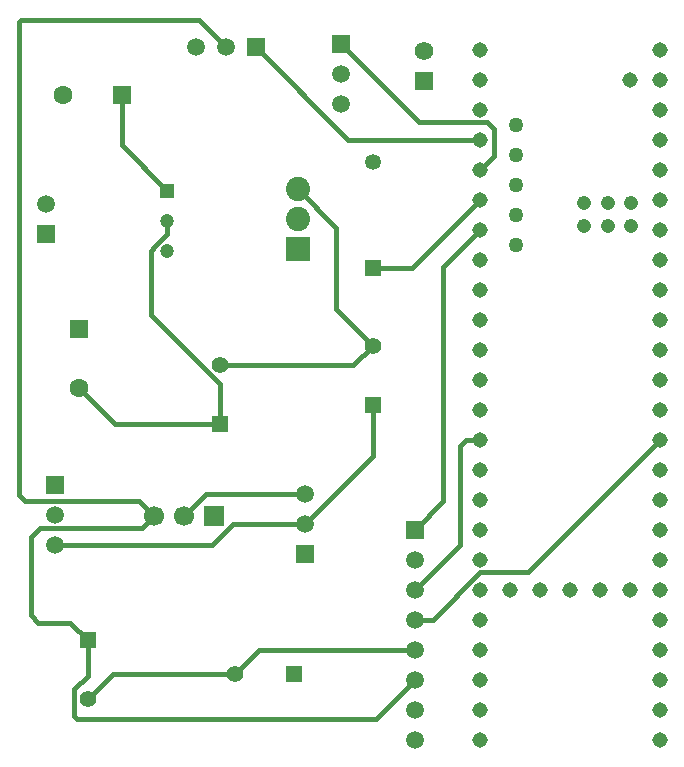
<source format=gbl>
G04*
G04 #@! TF.GenerationSoftware,Altium Limited,Altium Designer,22.8.2 (66)*
G04*
G04 Layer_Physical_Order=2*
G04 Layer_Color=16711680*
%FSLAX25Y25*%
%MOIN*%
G70*
G04*
G04 #@! TF.SameCoordinates,013CEF1E-E844-4C8F-9221-5B29E727AB2A*
G04*
G04*
G04 #@! TF.FilePolarity,Positive*
G04*
G01*
G75*
%ADD13C,0.01000*%
%ADD18R,0.06181X0.06181*%
%ADD19C,0.06181*%
%ADD32C,0.08071*%
%ADD33R,0.08071X0.08071*%
%ADD36C,0.01500*%
%ADD37C,0.05512*%
%ADD38R,0.05512X0.05512*%
%ADD39C,0.04724*%
%ADD40R,0.04724X0.04724*%
%ADD41C,0.05150*%
%ADD42C,0.04953*%
%ADD43C,0.04756*%
%ADD44R,0.06299X0.06299*%
%ADD45C,0.06299*%
%ADD46R,0.05512X0.05512*%
%ADD47R,0.05906X0.05906*%
%ADD48C,0.05906*%
%ADD49R,0.05906X0.05906*%
%ADD50C,0.06693*%
%ADD51R,0.06693X0.06693*%
%ADD52R,0.06299X0.06299*%
%ADD53R,0.05315X0.05315*%
%ADD54C,0.05315*%
D13*
X156894Y209063D02*
X157563D01*
D18*
X138000Y228500D02*
D03*
D19*
Y238500D02*
D03*
D32*
X96000Y192500D02*
D03*
Y182500D02*
D03*
D33*
Y172500D02*
D03*
D36*
X52500Y177533D02*
Y182000D01*
X48588Y173620D02*
X52500Y177533D01*
X37343Y207157D02*
X52500Y192000D01*
X37343Y207157D02*
Y224000D01*
X75157Y31000D02*
X83157Y39000D01*
X135000D01*
X34500Y31000D02*
X75157D01*
X26000Y22500D02*
X34500Y31000D01*
X22379Y16000D02*
X122000D01*
X21500Y16879D02*
X22379Y16000D01*
X21500Y16879D02*
Y25840D01*
X122000Y16000D02*
X135000Y29000D01*
X26000Y30340D02*
Y42185D01*
X21500Y25840D02*
X26000Y30340D01*
X9500Y48000D02*
X20185D01*
X26000Y42185D01*
X7000Y50500D02*
Y76500D01*
Y50500D02*
X9500Y48000D01*
X9997Y79497D02*
X43997D01*
X7000Y76500D02*
X9997Y79497D01*
X43997D02*
X48000Y83500D01*
X74385Y81000D02*
X98500D01*
X67385Y74000D02*
X74385Y81000D01*
X15000Y74000D02*
X67385D01*
X58000Y83500D02*
X65500Y91000D01*
X98500D01*
Y81000D02*
X121000Y103500D01*
Y120658D01*
X47000Y150753D02*
X70000Y127753D01*
X47000Y150753D02*
Y172000D01*
X48588Y173588D02*
Y173620D01*
X47000Y172000D02*
X48588Y173588D01*
X108745Y152598D02*
X121000Y140342D01*
X108745Y152598D02*
Y179755D01*
X96000Y192500D02*
X108745Y179755D01*
X70000Y133843D02*
X114500D01*
X121000Y140342D01*
X35157Y114157D02*
X70000D01*
X23000Y126315D02*
X35157Y114157D01*
X70000D02*
Y127753D01*
X4997Y88503D02*
X42997D01*
X48000Y83500D01*
X3000Y90500D02*
X4997Y88503D01*
X3000Y248121D02*
X3879Y249000D01*
X3000Y90500D02*
Y248121D01*
X3879Y249000D02*
X63000D01*
X72000Y240000D01*
X136562Y214938D02*
X159183D01*
X161500Y212621D01*
Y203669D02*
Y212621D01*
X110500Y241000D02*
X136562Y214938D01*
X156894Y199063D02*
X161500Y203669D01*
X82000Y240000D02*
X112937Y209063D01*
X156894D01*
X121000Y166284D02*
X134114D01*
X156894Y189063D01*
X140997Y49000D02*
X156936Y64938D01*
X172769D02*
X216894Y109063D01*
X135000Y49000D02*
X140997D01*
X156936Y64938D02*
X172769D01*
X150000Y107000D02*
X152063Y109063D01*
X156894D01*
X150000Y74000D02*
Y107000D01*
X135000Y59000D02*
X150000Y74000D01*
X144500Y166669D02*
X156894Y179063D01*
X135000Y79000D02*
X144500Y88500D01*
Y166669D01*
D37*
X26000Y22500D02*
D03*
X121000Y140342D02*
D03*
X70000Y133843D02*
D03*
X75157Y31000D02*
D03*
D38*
X26000Y42185D02*
D03*
X121000Y120658D02*
D03*
X70000Y114157D02*
D03*
D39*
X52500Y172000D02*
D03*
Y182000D02*
D03*
D40*
Y192000D02*
D03*
D41*
X216894Y89063D02*
D03*
Y79063D02*
D03*
Y69063D02*
D03*
Y59063D02*
D03*
Y49063D02*
D03*
Y39063D02*
D03*
Y29063D02*
D03*
Y19063D02*
D03*
Y9063D02*
D03*
X156894D02*
D03*
Y19063D02*
D03*
Y29063D02*
D03*
Y39063D02*
D03*
Y49063D02*
D03*
Y59063D02*
D03*
Y69063D02*
D03*
Y79063D02*
D03*
Y89063D02*
D03*
X216894Y239063D02*
D03*
Y229063D02*
D03*
Y219063D02*
D03*
Y209063D02*
D03*
Y199063D02*
D03*
Y189063D02*
D03*
Y179063D02*
D03*
Y169063D02*
D03*
Y159063D02*
D03*
Y149063D02*
D03*
Y139063D02*
D03*
Y129063D02*
D03*
Y119063D02*
D03*
Y109063D02*
D03*
X156894Y99063D02*
D03*
Y109063D02*
D03*
Y119063D02*
D03*
Y129063D02*
D03*
Y139063D02*
D03*
Y149063D02*
D03*
Y159063D02*
D03*
Y169063D02*
D03*
Y179063D02*
D03*
Y189063D02*
D03*
Y199063D02*
D03*
Y209063D02*
D03*
Y219063D02*
D03*
X216894Y99063D02*
D03*
X196894Y59063D02*
D03*
X206894Y229063D02*
D03*
Y59063D02*
D03*
X186894D02*
D03*
X176894D02*
D03*
X166894D02*
D03*
X156894Y229063D02*
D03*
Y239063D02*
D03*
D42*
X168902Y174063D02*
D03*
Y184063D02*
D03*
Y194063D02*
D03*
Y204063D02*
D03*
Y214063D02*
D03*
D43*
X191500Y188000D02*
D03*
X199374D02*
D03*
X191500Y180126D02*
D03*
X199374D02*
D03*
X207248Y188000D02*
D03*
Y180126D02*
D03*
D44*
X23000Y146000D02*
D03*
D45*
Y126315D02*
D03*
X17658Y224000D02*
D03*
D46*
X94842Y31000D02*
D03*
D47*
X82000Y240000D02*
D03*
D48*
X72000D02*
D03*
X62000D02*
D03*
X110500Y231000D02*
D03*
Y221000D02*
D03*
X15000Y84000D02*
D03*
Y74000D02*
D03*
X98500Y81000D02*
D03*
Y91000D02*
D03*
X135000Y69000D02*
D03*
Y59000D02*
D03*
Y49000D02*
D03*
Y39000D02*
D03*
Y29000D02*
D03*
Y19000D02*
D03*
Y9000D02*
D03*
X12000Y187500D02*
D03*
D49*
X110500Y241000D02*
D03*
X15000Y94000D02*
D03*
X98500Y71000D02*
D03*
X135000Y79000D02*
D03*
X12000Y177500D02*
D03*
D50*
X48000Y83500D02*
D03*
X58000D02*
D03*
D51*
X68000D02*
D03*
D52*
X37343Y224000D02*
D03*
D53*
X121000Y166284D02*
D03*
D54*
Y201716D02*
D03*
M02*

</source>
